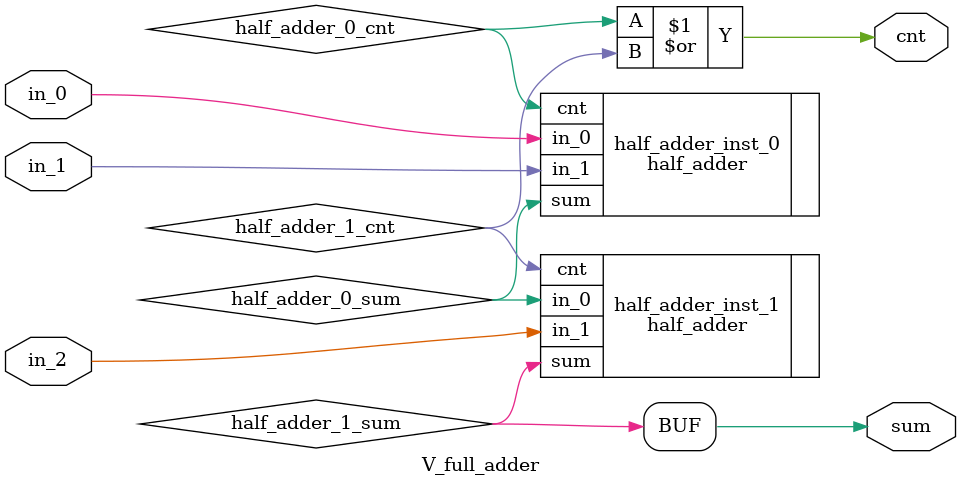
<source format=v>
module V_full_adder 
(
  input wire in_0,
  input wire in_1,
  input wire in_2,
  output wire sum,
  output wire cnt
);

wire half_adder_0_sum;
wire half_adder_0_cnt;
wire half_adder_1_sum;
wire half_adder_1_cnt;

half_adder half_adder_inst_0
(
  .in_0(in_0),
  .in_1(in_1),
  .sum(half_adder_0_sum),
  .cnt(half_adder_0_cnt)
);

half_adder half_adder_inst_1
(
  .in_0(half_adder_0_sum),
  .in_1(in_2),
  .sum(half_adder_1_sum),
  .cnt(half_adder_1_cnt)
);

assign cnt = half_adder_0_cnt | half_adder_1_cnt;
assign sum = half_adder_1_sum;
  
endmodule
</source>
